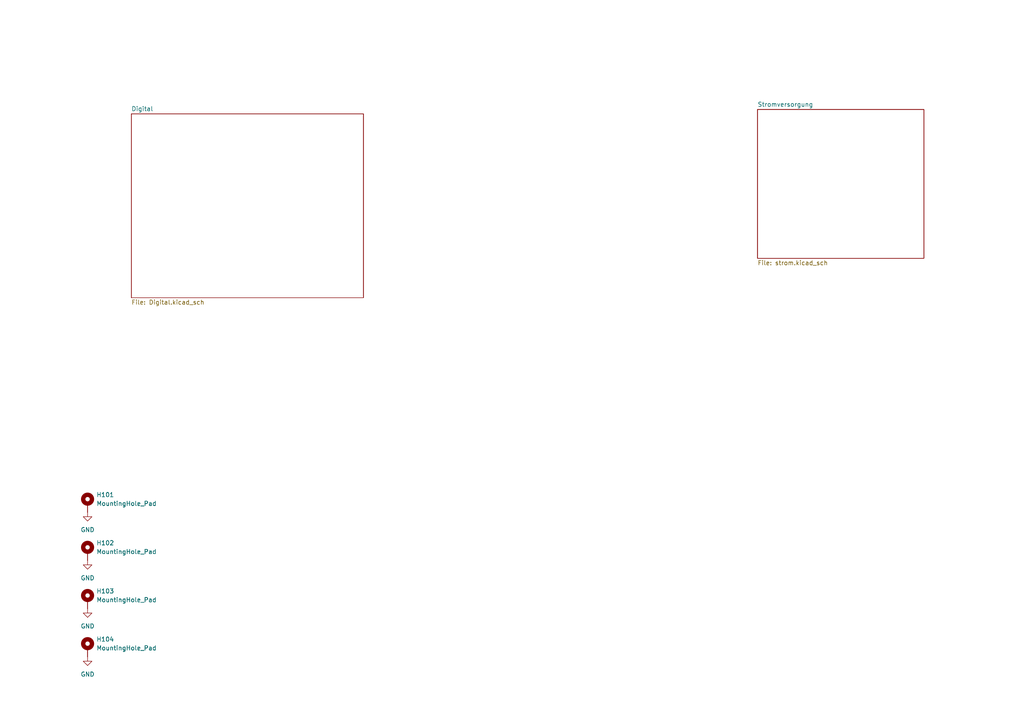
<source format=kicad_sch>
(kicad_sch (version 20211123) (generator eeschema)
  (paper "A4")
  (title_block (title "ESP32 Relaiskarte") (date "2022-03-21") (rev "0.0.1") (company "makerspace Bocholt") (comment 1 "+ optionale Servo Ansteuerung") (comment 2 "+ optionale Lan Karte") (comment 4 "Frank Tobergte"))
  (lib_symbols
    (symbol "Mechanical:MountingHole_Pad" (pin_numbers hide) (pin_names (offset 1.016) hide)
      (property "Reference" "H" (at 0 6.35 0))
      (property "Value" "MountingHole_Pad" (at 0 4.445 0))
      (symbol "MountingHole_Pad_0_1"
        (circle (center 0 1.27) (radius 1.27) (stroke (width 1.27)))
      )
      (symbol "MountingHole_Pad_1_1"
        (pin input line (at 0 -2.54 90) (length 2.54) (name "1") (number "1"))
      )
    )
    (symbol "power:GND" (power) (pin_names (offset 0))
      (property "Value" "GND" (at 0 -3.81 0))
      (symbol "GND_0_1"
        (polyline (pts (xy 0 0) (xy 0 -1.27) (xy 1.27 -1.27) (xy 0 -2.54) (xy -1.27 -1.27) (xy 0 -1.27)))
      )
      (symbol "GND_1_1"
        (pin power_in line (at 0 0 270) (length 0) hide (name "GND") (number "1"))
      )
    )
  )
  (symbol (lib_id "power:GND") (at 25.4 148.59 0) (unit 1)
    (property "Reference" "#PWR0108" (effects hide))
    (property "Value" "GND" (at 25.4 153.67 0))
  )
  (symbol (lib_id "power:GND") (at 25.4 162.56 0) (unit 1)
    (property "Reference" "#PWR0110" (effects hide))
    (property "Value" "GND" (at 25.4 167.64 0))
  )
  (symbol (lib_id "power:GND") (at 25.4 176.53 0) (unit 1)
    (property "Reference" "#PWR0109" (effects hide))
    (property "Value" "GND" (at 25.4 181.61 0))
  )
  (symbol (lib_id "power:GND") (at 25.4 190.5 0) (unit 1)
    (property "Reference" "#PWR0111" (effects hide))
    (property "Value" "GND" (at 25.4 195.58 0))
  )
  (symbol (lib_id "Mechanical:MountingHole_Pad") (at 25.4 146.05 0) (unit 1)
    (property "Reference" "H101" (at 27.94 143.5099 0) (effects (justify left)))
    (property "Value" "MountingHole_Pad" (at 27.94 146.0499 0) (effects (justify left)))
    (property "Footprint" "MountingHole:MountingHole_4.3mm_M4_DIN965_Pad_TopOnly" (effects hide))
  )
  (symbol (lib_id "Mechanical:MountingHole_Pad") (at 25.4 160.02 0) (unit 1)
    (property "Reference" "H102" (at 27.94 157.4799 0) (effects (justify left)))
    (property "Value" "MountingHole_Pad" (at 27.94 160.0199 0) (effects (justify left)))
    (property "Footprint" "MountingHole:MountingHole_4.3mm_M4_DIN965_Pad_TopOnly" (effects hide))
  )
  (symbol (lib_id "Mechanical:MountingHole_Pad") (at 25.4 187.96 0) (unit 1)
    (property "Reference" "H104" (at 27.94 185.4199 0) (effects (justify left)))
    (property "Value" "MountingHole_Pad" (at 27.94 187.9599 0) (effects (justify left)))
    (property "Footprint" "MountingHole:MountingHole_4.3mm_M4_DIN965_Pad_TopOnly" (effects hide))
  )
  (symbol (lib_id "Mechanical:MountingHole_Pad") (at 25.4 173.99 0) (unit 1)
    (property "Reference" "H103" (at 27.94 171.4499 0) (effects (justify left)))
    (property "Value" "MountingHole_Pad" (at 27.94 173.9899 0) (effects (justify left)))
    (property "Footprint" "MountingHole:MountingHole_4.3mm_M4_DIN965_Pad_TopOnly" (effects hide))
  )
  (sheet (at 219.71 31.75) (size 48.26 43.18) (stroke (width 0.1524))
    (property "Sheet name" "Stromversorgung" (at 219.71 31.0384 0) (effects (justify left bottom)))
    (property "Sheet file" "strom.kicad_sch" (at 219.71 75.5146 0) (effects (justify left top)))
  )
  (sheet (at 38.1 33.02) (size 67.31 53.34) (stroke (width 0.1524))
    (property "Sheet name" "Digital" (at 38.1 32.3084 0) (effects (justify left bottom)))
    (property "Sheet file" "Digital.kicad_sch" (at 38.1 86.9446 0) (effects (justify left top)))
  )
)
</source>
